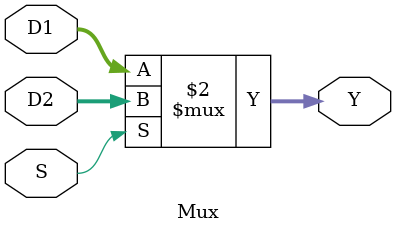
<source format=v>
`timescale 1ns / 1ps
module Mux 
(
    input S,            // selec signal
    input [31:0] D1,    // first input
    input [31:0] D2,    // second input
    output [31:0] Y     // output
);

// Define the MUX2 :1 module behaviour
assign Y = (S==1'b0)?D1:
           D2;

endmodule // Mux
</source>
